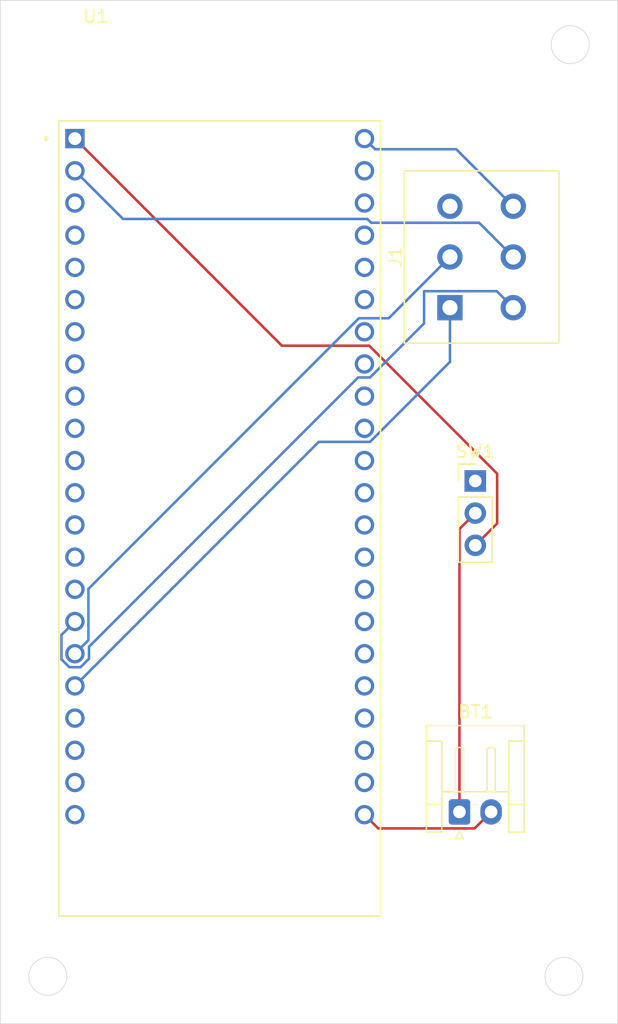
<source format=kicad_pcb>
(kicad_pcb (version 20240108) (generator "pcbnew") (generator_version "8.0")
  (layers (0 "F.Cu" signal) (31 "B.Cu" signal) (34 "B.Paste" user) (35 "F.Paste" user) (36 "B.SilkS" user "B.Silkscreen") (37 "F.SilkS" user "F.Silkscreen") (38 "B.Mask" user) (39 "F.Mask" user) (44 "Edge.Cuts" user))
  (net 0 "")
  (net 1 "Net-(BT1--)")
  (net 2 "Net-(BT1-+)")
  (net 4 "Net-(J1-Pin_2)")
  (net 5 "Net-(J1-Pin_4)")
  (net 6 "Net-(J1-Pin_5)")
  (net 40 "Net-(J1-Pin_1)")
  (footprint "ESP-S3-DEVKIT:XCVR_ESP32-S3-DEVKITC-1-N8R2" (layer "F.Cu") (at 153.82 104.13)
    (property "Reference" "U1" (at -9.775 -39.605 0) (layer "F.SilkS"))
    (property "Value" "ESP32-S3-DEVKITC-1-N8R2")
    (fp_line (start -12.7 -31.37) (end 12.7 -31.37) (stroke (width 0.127)) (layer "F.SilkS"))
    (fp_line (start -12.7 31.37) (end -12.7 -31.37) (stroke (width 0.127)) (layer "F.SilkS"))
    (fp_line (start 12.7 -31.37) (end 12.7 31.37) (stroke (width 0.127)) (layer "F.SilkS"))
    (fp_line (start 12.7 31.37) (end -12.7 31.37) (stroke (width 0.127)) (layer "F.SilkS"))
    (fp_circle (center -13.716 -29.972) (end -13.616 -29.972) (stroke (width 0.2)) (fill none) (layer "F.SilkS"))
    (pad "J1_1" thru_hole rect (at -11.43 -29.97) (size 1.53 1.53) (drill 1.02) (layers "*.Cu" "*.Mask") (net 6 "Net-(J1-Pin_5)"))
    (pad "J1_2" thru_hole circle (at -11.43 -27.43) (size 1.53 1.53) (drill 1.02) (layers "*.Cu" "*.Mask") (net 6 "Net-(J1-Pin_5)"))
    (pad "J1_3" thru_hole circle (at -11.43 -24.89) (size 1.53 1.53) (drill 1.02) (layers "*.Cu" "*.Mask"))
    (pad "J1_4" thru_hole circle (at -11.43 -22.35) (size 1.53 1.53) (drill 1.02) (layers "*.Cu" "*.Mask"))
    (pad "J1_5" thru_hole circle (at -11.43 -19.81) (size 1.53 1.53) (drill 1.02) (layers "*.Cu" "*.Mask"))
    (pad "J1_6" thru_hole circle (at -11.43 -17.27) (size 1.53 1.53) (drill 1.02) (layers "*.Cu" "*.Mask"))
    (pad "J1_7" thru_hole circle (at -11.43 -14.73) (size 1.53 1.53) (drill 1.02) (layers "*.Cu" "*.Mask"))
    (pad "J1_8" thru_hole circle (at -11.43 -12.19) (size 1.53 1.53) (drill 1.02) (layers "*.Cu" "*.Mask"))
    (pad "J1_9" thru_hole circle (at -11.43 -9.65) (size 1.53 1.53) (drill 1.02) (layers "*.Cu" "*.Mask"))
    (pad "J1_10" thru_hole circle (at -11.43 -7.11) (size 1.53 1.53) (drill 1.02) (layers "*.Cu" "*.Mask"))
    (pad "J1_11" thru_hole circle (at -11.43 -4.57) (size 1.53 1.53) (drill 1.02) (layers "*.Cu" "*.Mask"))
    (pad "J1_12" thru_hole circle (at -11.43 -2.03) (size 1.53 1.53) (drill 1.02) (layers "*.Cu" "*.Mask"))
    (pad "J1_13" thru_hole circle (at -11.43 0.51) (size 1.53 1.53) (drill 1.02) (layers "*.Cu" "*.Mask"))
    (pad "J1_14" thru_hole circle (at -11.43 3.05) (size 1.53 1.53) (drill 1.02) (layers "*.Cu" "*.Mask"))
    (pad "J1_15" thru_hole circle (at -11.43 5.59) (size 1.53 1.53) (drill 1.02) (layers "*.Cu" "*.Mask"))
    (pad "J1_16" thru_hole circle (at -11.43 8.13) (size 1.53 1.53) (drill 1.02) (layers "*.Cu" "*.Mask") (net 5 "Net-(J1-Pin_4)"))
    (pad "J1_17" thru_hole circle (at -11.43 10.67) (size 1.53 1.53) (drill 1.02) (layers "*.Cu" "*.Mask") (net 4 "Net-(J1-Pin_2)"))
    (pad "J1_18" thru_hole circle (at -11.43 13.21) (size 1.53 1.53) (drill 1.02) (layers "*.Cu" "*.Mask") (net 40 "Net-(J1-Pin_1)"))
    (pad "J1_19" thru_hole circle (at -11.43 15.75) (size 1.53 1.53) (drill 1.02) (layers "*.Cu" "*.Mask"))
    (pad "J1_20" thru_hole circle (at -11.43 18.29) (size 1.53 1.53) (drill 1.02) (layers "*.Cu" "*.Mask"))
    (pad "J1_21" thru_hole circle (at -11.43 20.83) (size 1.53 1.53) (drill 1.02) (layers "*.Cu" "*.Mask"))
    (pad "J1_22" thru_hole circle (at -11.43 23.37) (size 1.53 1.53) (drill 1.02) (layers "*.Cu" "*.Mask") (net 1 "Net-(BT1--)"))
    (pad "J3_1" thru_hole circle (at 11.43 -29.97) (size 1.53 1.53) (drill 1.02) (layers "*.Cu" "*.Mask") (net 1 "Net-(BT1--)"))
    (pad "J3_2" thru_hole circle (at 11.43 -27.43) (size 1.53 1.53) (drill 1.02) (layers "*.Cu" "*.Mask"))
    (pad "J3_3" thru_hole circle (at 11.43 -24.89) (size 1.53 1.53) (drill 1.02) (layers "*.Cu" "*.Mask"))
    (pad "J3_4" thru_hole circle (at 11.43 -22.35) (size 1.53 1.53) (drill 1.02) (layers "*.Cu" "*.Mask"))
    (pad "J3_5" thru_hole circle (at 11.43 -19.81) (size 1.53 1.53) (drill 1.02) (layers "*.Cu" "*.Mask"))
    (pad "J3_6" thru_hole circle (at 11.43 -17.27) (size 1.53 1.53) (drill 1.02) (layers "*.Cu" "*.Mask"))
    (pad "J3_7" thru_hole circle (at 11.43 -14.73) (size 1.53 1.53) (drill 1.02) (layers "*.Cu" "*.Mask"))
    (pad "J3_8" thru_hole circle (at 11.43 -12.19) (size 1.53 1.53) (drill 1.02) (layers "*.Cu" "*.Mask"))
    (pad "J3_9" thru_hole circle (at 11.43 -9.65) (size 1.53 1.53) (drill 1.02) (layers "*.Cu" "*.Mask"))
    (pad "J3_10" thru_hole circle (at 11.43 -7.11) (size 1.53 1.53) (drill 1.02) (layers "*.Cu" "*.Mask"))
    (pad "J3_11" thru_hole circle (at 11.43 -4.57) (size 1.53 1.53) (drill 1.02) (layers "*.Cu" "*.Mask"))
    (pad "J3_12" thru_hole circle (at 11.43 -2.03) (size 1.53 1.53) (drill 1.02) (layers "*.Cu" "*.Mask"))
    (pad "J3_13" thru_hole circle (at 11.43 0.51) (size 1.53 1.53) (drill 1.02) (layers "*.Cu" "*.Mask"))
    (pad "J3_14" thru_hole circle (at 11.43 3.05) (size 1.53 1.53) (drill 1.02) (layers "*.Cu" "*.Mask"))
    (pad "J3_15" thru_hole circle (at 11.43 5.59) (size 1.53 1.53) (drill 1.02) (layers "*.Cu" "*.Mask"))
    (pad "J3_16" thru_hole circle (at 11.43 8.13) (size 1.53 1.53) (drill 1.02) (layers "*.Cu" "*.Mask"))
    (pad "J3_17" thru_hole circle (at 11.43 10.67) (size 1.53 1.53) (drill 1.02) (layers "*.Cu" "*.Mask"))
    (pad "J3_18" thru_hole circle (at 11.43 13.21) (size 1.53 1.53) (drill 1.02) (layers "*.Cu" "*.Mask"))
    (pad "J3_19" thru_hole circle (at 11.43 15.75) (size 1.53 1.53) (drill 1.02) (layers "*.Cu" "*.Mask"))
    (pad "J3_20" thru_hole circle (at 11.43 18.29) (size 1.53 1.53) (drill 1.02) (layers "*.Cu" "*.Mask"))
    (pad "J3_21" thru_hole circle (at 11.43 20.83) (size 1.53 1.53) (drill 1.02) (layers "*.Cu" "*.Mask") (net 1 "Net-(BT1--)"))
    (pad "J3_22" thru_hole circle (at 11.43 23.37) (size 1.53 1.53) (drill 1.02) (layers "*.Cu" "*.Mask") (net 1 "Net-(BT1--)"))
  )
  (footprint "Connector_PinHeader_2.54mm:PinHeader_1x03_P2.54mm_Vertical" (layer "F.Cu") (at 174 101.17)
    (property "Reference" "SW1" (at 0 -2.33 0) (layer "F.SilkS"))
    (property "Value" "SW_Nidec_CAS-120A1")
    (fp_line (start -1.33 -1.33) (end 0 -1.33) (stroke (width 0.12)) (layer "F.SilkS"))
    (fp_line (start -1.33 0) (end -1.33 -1.33) (stroke (width 0.12)) (layer "F.SilkS"))
    (fp_line (start -1.33 1.27) (end -1.33 6.41) (stroke (width 0.12)) (layer "F.SilkS"))
    (fp_line (start -1.33 1.27) (end 1.33 1.27) (stroke (width 0.12)) (layer "F.SilkS"))
    (fp_line (start -1.33 6.41) (end 1.33 6.41) (stroke (width 0.12)) (layer "F.SilkS"))
    (fp_line (start 1.33 1.27) (end 1.33 6.41) (stroke (width 0.12)) (layer "F.SilkS"))
    (pad "1" thru_hole rect (at 0 0) (size 1.7 1.7) (drill 1) (layers "*.Cu" "*.Mask"))
    (pad "2" thru_hole oval (at 0 2.54) (size 1.7 1.7) (drill 1) (layers "*.Cu" "*.Mask") (net 2 "Net-(BT1-+)"))
    (pad "3" thru_hole oval (at 0 5.08) (size 1.7 1.7) (drill 1) (layers "*.Cu" "*.Mask") (net 6 "Net-(J1-Pin_5)"))
  )
  (footprint "Connector_JST:JST_EH_S2B-EH_1x02_P2.50mm_Horizontal" (layer "F.Cu") (at 172.75 127.2825)
    (property "Reference" "BT1" (at 1.25 -7.9 0) (layer "F.SilkS"))
    (property "Value" "Battery")
    (fp_line (start -2.61 -6.81) (end 5.11 -6.81) (stroke (width 0.12)) (layer "F.SilkS"))
    (fp_line (start -2.61 -5.59) (end -1.39 -5.59) (stroke (width 0.12)) (layer "F.SilkS"))
    (fp_line (start -2.61 1.61) (end -2.61 -6.81) (stroke (width 0.12)) (layer "F.SilkS"))
    (fp_line (start -1.39 -5.59) (end -1.39 -0.59) (stroke (width 0.12)) (layer "F.SilkS"))
    (fp_line (start -1.39 -1.59) (end 3.89 -1.59) (stroke (width 0.12)) (layer "F.SilkS"))
    (fp_line (start -1.39 -0.59) (end -2.61 -0.59) (stroke (width 0.12)) (layer "F.SilkS"))
    (fp_line (start -1.39 -0.59) (end -1.39 1.61) (stroke (width 0.12)) (layer "F.SilkS"))
    (fp_line (start -1.39 1.61) (end -2.61 1.61) (stroke (width 0.12)) (layer "F.SilkS"))
    (fp_line (start -0.32 -5.01) (end 0 -5.09) (stroke (width 0.12)) (layer "F.SilkS"))
    (fp_line (start -0.32 -1.59) (end -0.32 -5.01) (stroke (width 0.12)) (layer "F.SilkS"))
    (fp_line (start -0.3 2.1) (end 0.3 2.1) (stroke (width 0.12)) (layer "F.SilkS"))
    (fp_line (start 0 -5.09) (end 0.32 -5.01) (stroke (width 0.12)) (layer "F.SilkS"))
    (fp_line (start 0 -1.59) (end -0.32 -1.59) (stroke (width 0.12)) (layer "F.SilkS"))
    (fp_line (start 0 1.5) (end -0.3 2.1) (stroke (width 0.12)) (layer "F.SilkS"))
    (fp_line (start 0.3 2.1) (end 0 1.5) (stroke (width 0.12)) (layer "F.SilkS"))
    (fp_line (start 0.32 -5.01) (end 0.32 -1.59) (stroke (width 0.12)) (layer "F.SilkS"))
    (fp_line (start 0.32 -1.59) (end 0 -1.59) (stroke (width 0.12)) (layer "F.SilkS"))
    (fp_line (start 1.17 -0.59) (end 1.33 -0.59) (stroke (width 0.12)) (layer "F.SilkS"))
    (fp_line (start 2.18 -5.01) (end 2.5 -5.09) (stroke (width 0.12)) (layer "F.SilkS"))
    (fp_line (start 2.18 -1.59) (end 2.18 -5.01) (stroke (width 0.12)) (layer "F.SilkS"))
    (fp_line (start 2.5 -5.09) (end 2.82 -5.01) (stroke (width 0.12)) (layer "F.SilkS"))
    (fp_line (start 2.5 -1.59) (end 2.18 -1.59) (stroke (width 0.12)) (layer "F.SilkS"))
    (fp_line (start 2.82 -5.01) (end 2.82 -1.59) (stroke (width 0.12)) (layer "F.SilkS"))
    (fp_line (start 2.82 -1.59) (end 2.5 -1.59) (stroke (width 0.12)) (layer "F.SilkS"))
    (fp_line (start 3.89 -5.59) (end 3.89 -0.59) (stroke (width 0.12)) (layer "F.SilkS"))
    (fp_line (start 3.89 -0.59) (end 5.11 -0.59) (stroke (width 0.12)) (layer "F.SilkS"))
    (fp_line (start 3.89 1.61) (end 3.89 -0.59) (stroke (width 0.12)) (layer "F.SilkS"))
    (fp_line (start 5.11 -6.81) (end 5.11 1.61) (stroke (width 0.12)) (layer "F.SilkS"))
    (fp_line (start 5.11 -5.59) (end 3.89 -5.59) (stroke (width 0.12)) (layer "F.SilkS"))
    (fp_line (start 5.11 1.61) (end 3.89 1.61) (stroke (width 0.12)) (layer "F.SilkS"))
    (pad "1" thru_hole roundrect (at 0 0) (size 1.7 2) (drill 1) (layers "*.Cu" "*.Mask") (roundrect_rratio 0.147059) (net 2 "Net-(BT1-+)"))
    (pad "2" thru_hole oval (at 2.5 0) (size 1.7 2) (drill 1) (layers "*.Cu" "*.Mask") (net 1 "Net-(BT1--)"))
  )
  (footprint "Button_Switch_THT:SW_PUSH_E-Switch_FS5700DP_DPDT" (layer "F.Cu") (at 172 87.5 90)
    (property "Reference" "J1" (at 4 -4.3 90) (layer "F.SilkS"))
    (property "Value" "Conn_02x03_Odd_Even")
    (fp_line (start -2.8 -3.6) (end 10.8 -3.6) (stroke (width 0.12)) (layer "F.SilkS"))
    (fp_line (start -2.8 -3.6) (end -2.8 8.6) (stroke (width 0.12)) (layer "F.SilkS"))
    (fp_line (start 10.8 8.6) (end 10.8 -3.6) (stroke (width 0.12)) (layer "F.SilkS"))
    (fp_line (start 10.8 8.6) (end -2.8 8.6) (stroke (width 0.12)) (layer "F.SilkS"))
    (pad "1" thru_hole rect (at 0 0 90) (size 2 2) (drill 1.2) (layers "*.Cu" "*.Mask") (net 40 "Net-(J1-Pin_1)"))
    (pad "2" thru_hole circle (at 4 0 90) (size 2 2) (drill 1.2) (layers "*.Cu" "*.Mask") (net 4 "Net-(J1-Pin_2)"))
    (pad "3" thru_hole circle (at 8 0 90) (size 2 2) (drill 1.2) (layers "*.Cu" "*.Mask"))
    (pad "4" thru_hole circle (at 0 5 90) (size 2 2) (drill 1.2) (layers "*.Cu" "*.Mask") (net 5 "Net-(J1-Pin_4)"))
    (pad "5" thru_hole circle (at 4 5 90) (size 2 2) (drill 1.2) (layers "*.Cu" "*.Mask") (net 6 "Net-(J1-Pin_5)"))
    (pad "6" thru_hole circle (at 8 5 90) (size 2 2) (drill 1.2) (layers "*.Cu" "*.Mask") (net 1 "Net-(BT1--)"))
  )
  (gr_circle (center 181 140.25) (end 182.5 140.25) (stroke (width 0.05)) (fill none) (layer "Edge.Cuts"))
  (gr_rect (start 136.5 63.25) (end 185.25 144) (stroke (width 0.05)) (fill none) (layer "Edge.Cuts"))
  (gr_circle (center 140.25 140.25) (end 141.75 140.25) (stroke (width 0.05)) (fill none) (layer "Edge.Cuts"))
  (gr_circle (center 181.5 66.75) (end 183 66.75) (stroke (width 0.05)) (fill none) (layer "Edge.Cuts"))
  (segment (start 166.3325 128.5825) (end 165.25 127.5) (width 0.2) (layer "F.Cu") (net 1))
  (segment (start 175.25 127.2825) (end 173.95 128.5825) (width 0.2) (layer "F.Cu") (net 1))
  (segment (start 173.95 128.5825) (end 166.3325 128.5825) (width 0.2) (layer "F.Cu") (net 1))
  (segment (start 172.5 75) (end 166.09 75) (width 0.2) (layer "B.Cu") (net 1))
  (segment (start 177 79.5) (end 172.5 75) (width 0.2) (layer "B.Cu") (net 1))
  (segment (start 166.09 75) (end 165.25 74.16) (width 0.2) (layer "B.Cu") (net 1))
  (segment (start 174 103.71) (end 172.75 104.96) (width 0.2) (layer "F.Cu") (net 2))
  (segment (start 172.75 104.96) (end 172.75 127.2825) (width 0.2) (layer "F.Cu") (net 2))
  (segment (start 143.455 109.688862) (end 143.455 113.735) (width 0.2) (layer "B.Cu") (net 4))
  (segment (start 164.808862 88.335) (end 143.455 109.688862) (width 0.2) (layer "B.Cu") (net 4))
  (segment (start 143.455 113.735) (end 142.39 114.8) (width 0.2) (layer "B.Cu") (net 4))
  (segment (start 172 83.5) (end 167.165 88.335) (width 0.2) (layer "B.Cu") (net 4))
  (segment (start 167.165 88.335) (end 164.808862 88.335) (width 0.2) (layer "B.Cu") (net 4))
  (segment (start 169.956138 86.2) (end 169.956138 88.74) (width 0.2) (layer "B.Cu") (net 5))
  (segment (start 175.7 86.2) (end 169.956138 86.2) (width 0.2) (layer "B.Cu") (net 5))
  (segment (start 143.502843 114.252843) (end 143.502843 115.193295) (width 0.2) (layer "B.Cu") (net 5))
  (segment (start 164.750686 93.005) (end 143.502843 114.252843) (width 0.2) (layer "B.Cu") (net 5))
  (segment (start 141.948862 115.865) (end 141.325 115.241138) (width 0.2) (layer "B.Cu") (net 5))
  (segment (start 141.325 113.325) (end 142.39 112.26) (width 0.2) (layer "B.Cu") (net 5))
  (segment (start 142.831138 115.865) (end 141.948862 115.865) (width 0.2) (layer "B.Cu") (net 5))
  (segment (start 141.325 115.241138) (end 141.325 113.325) (width 0.2) (layer "B.Cu") (net 5))
  (segment (start 143.502843 115.193295) (end 142.831138 115.865) (width 0.2) (layer "B.Cu") (net 5))
  (segment (start 169.956138 88.74) (end 165.691138 93.005) (width 0.2) (layer "B.Cu") (net 5))
  (segment (start 177 87.5) (end 175.7 86.2) (width 0.2) (layer "B.Cu") (net 5))
  (segment (start 165.691138 93.005) (end 164.750686 93.005) (width 0.2) (layer "B.Cu") (net 5))
  (segment (start 158.73 90.5) (end 142.39 74.16) (width 0.2) (layer "F.Cu") (net 6))
  (segment (start 174 106.25) (end 175.726346 104.523654) (width 0.2) (layer "F.Cu") (net 6))
  (segment (start 175.726346 100.596346) (end 165.63 90.5) (width 0.2) (layer "F.Cu") (net 6))
  (segment (start 175.726346 104.523654) (end 175.726346 100.596346) (width 0.2) (layer "F.Cu") (net 6))
  (segment (start 165.63 90.5) (end 158.73 90.5) (width 0.2) (layer "F.Cu") (net 6))
  (segment (start 174.3 80.8) (end 165.776138 80.8) (width 0.2) (layer "B.Cu") (net 6))
  (segment (start 165.476138 80.5) (end 146.19 80.5) (width 0.2) (layer "B.Cu") (net 6))
  (segment (start 146.19 80.5) (end 142.39 76.7) (width 0.2) (layer "B.Cu") (net 6))
  (segment (start 177 83.5) (end 174.3 80.8) (width 0.2) (layer "B.Cu") (net 6))
  (segment (start 165.776138 80.8) (end 165.476138 80.5) (width 0.2) (layer "B.Cu") (net 6))
  (segment (start 172 91.776138) (end 165.691138 98.085) (width 0.2) (layer "B.Cu") (net 40))
  (segment (start 165.691138 98.085) (end 161.645 98.085) (width 0.2) (layer "B.Cu") (net 40))
  (segment (start 172 87.5) (end 172 91.776138) (width 0.2) (layer "B.Cu") (net 40))
  (segment (start 161.645 98.085) (end 142.39 117.34) (width 0.2) (layer "B.Cu") (net 40))
)
</source>
